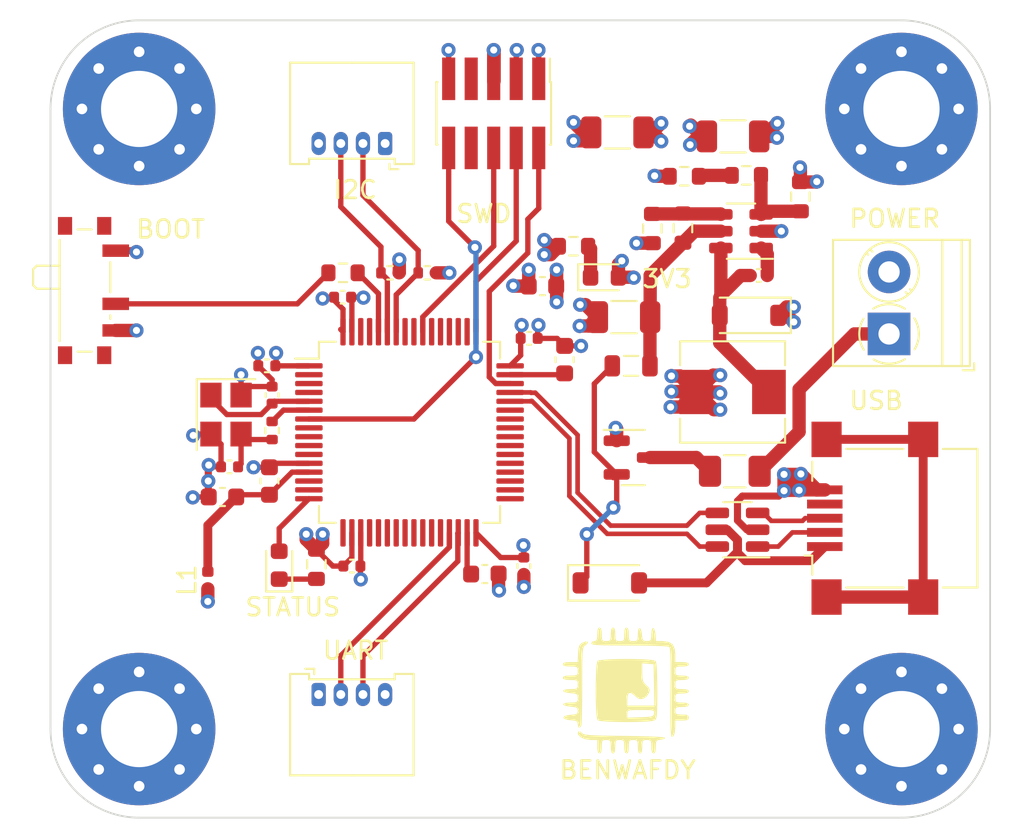
<source format=kicad_pcb>
(kicad_pcb (version 20221018) (generator pcbnew)
  (layers (0 "F.Cu" signal) (1 "In1.Cu" power) (2 "In2.Cu" power) (31 "B.Cu" signal) (34 "B.Paste" user) (35 "F.Paste" user) (36 "B.SilkS" user "B.Silkscreen") (37 "F.SilkS" user "F.Silkscreen") (38 "B.Mask" user) (39 "F.Mask" user) (44 "Edge.Cuts" user))
  (net 0 "")
  (net 1 "GND")
  (net 2 "HSE_IN")
  (net 3 "Net-(C2-Pad2)")
  (net 4 "+3.3V")
  (net 5 "Net-(U1-VCAP_2)")
  (net 6 "Net-(U1-VCAP_1)")
  (net 7 "+3.3VA")
  (net 8 "BUCK_IN")
  (net 9 "BUCK_BST")
  (net 10 "BUCK_SW")
  (net 11 "Net-(D1-K)")
  (net 12 "LED_Status")
  (net 13 "Net-(D2-K)")
  (net 14 "+5V")
  (net 15 "Net-(D4-K)")
  (net 16 "+12V")
  (net 17 "Net-(Q1-D)")
  (net 18 "SWDIO")
  (net 19 "SWCLK")
  (net 20 "SWD")
  (net 23 "NRST")
  (net 24 "I2C1_SCL")
  (net 25 "I2C1_SDA")
  (net 26 "USB_CONN_D-")
  (net 27 "USB_CONN_D+")
  (net 29 "unconnected-(J4-Shield-Pad6)")
  (net 30 "USART3_TX")
  (net 31 "USART3_RX")
  (net 32 "HSE_OUT")
  (net 33 "Net-(SW1-B)")
  (net 34 "BOOT0")
  (net 35 "BUCK_FB")
  (net 36 "Net-(R7-Pad1)")
  (net 37 "BUCK_EN")
  (net 68 "USB_D-")
  (net 69 "USB_D+")
  (footprint "MountingHole:MountingHole_4.3mm_M4_Pad_Via" (layer "F.Cu") (at 85 106)
    (fp_text reference "H4")
    (fp_text value "MountingHole_Pad")
  )
  (footprint "Fuse:Fuse_1206_3216Metric" (layer "F.Cu") (at 118.6 91.45 180)
    (fp_text reference "F1")
    (fp_text value "250mA")
  )
  (footprint "Diode_SMD:D_SOD-123" (layer "F.Cu") (at 111.55 97.75)
    (fp_text reference "D2")
    (fp_text value "B5819W")
  )
  (footprint "MountingHole:MountingHole_4.3mm_M4_Pad_Via" (layer "F.Cu") (at 128 106)
    (fp_text reference "H2")
    (fp_text value "MountingHole_Pad")
  )
  (footprint "Resistor_SMD:R_0402_1005Metric" (layer "F.Cu") (at 101.25 80.25)
    (fp_text reference "R5")
    (fp_text value "2K2")
  )
  (footprint "Capacitor_SMD:C_0402_1005Metric" (layer "F.Cu") (at 106.7 96.8 90)
    (fp_text reference "C7")
    (fp_text value "100n")
  )
  (footprint "Capacitor_SMD:C_0402_1005Metric" (layer "F.Cu") (at 92.5 87.15 -90)
    (fp_text reference "C1")
    (fp_text value "10P")
  )
  (footprint "LED_SMD:LED_0603_1608Metric" (layer "F.Cu") (at 92.9 96.75 90)
    (fp_text reference "D1")
    (fp_text value "LED")
  )
  (footprint "Capacitor_SMD:C_1206_3216Metric" (layer "F.Cu") (at 112.35 82.75)
    (fp_text reference "C13")
    (fp_text value "10u")
  )
  (footprint "LOGO:Benwafdy" (layer "F.Cu") (at 112.45 105.433666)
    (fp_text reference "G***")
    (fp_text value "LOGO" hide)
  )
  (footprint "LED_SMD:LED_0603_1608Metric" (layer "F.Cu") (at 111.25 80.5)
    (fp_text reference "D4")
    (fp_text value "RED")
  )
  (footprint "Capacitor_SMD:C_0402_1005Metric" (layer "F.Cu") (at 92.2 85.5)
    (fp_text reference "C8")
    (fp_text value "100n")
  )
  (footprint "Capacitor_SMD:C_1206_3216Metric" (layer "F.Cu") (at 111.975 72.325)
    (fp_text reference "C15")
    (fp_text value "10u")
  )
  (footprint "Inductor_SMD:L_Sunlord_MWSA0518S" (layer "F.Cu") (at 118.475 86.975 180)
    (fp_text reference "L2")
    (fp_text value "10u")
  )
  (footprint "Capacitor_SMD:C_0603_1608Metric" (layer "F.Cu") (at 89.7 92.9)
    (fp_text reference "C12")
    (fp_text value "10n")
  )
  (footprint "Inductor_SMD:L_0402_1005Metric" (layer "F.Cu") (at 88.875 97.6 90)
    (fp_text reference "L1")
    (fp_text value "39n")
  )
  (footprint "Resistor_SMD:R_0402_1005Metric" (layer "F.Cu") (at 92.5 89.15 90)
    (fp_text reference "R1")
    (fp_text value "47")
  )
  (footprint "Connector_Molex:Molex_PicoBlade_53048-0410_1x04_P1.25mm_Horizontal" (layer "F.Cu") (at 95.125 104.05)
    (fp_text reference "J5")
    (fp_text value "UART")
  )
  (footprint "Package_TO_SOT_SMD:SOT-23-6" (layer "F.Cu") (at 118.75 94.75 180)
    (fp_text reference "U3")
    (fp_text value "USBLC6-2SC6")
  )
  (footprint "Connector_PinHeader_1.27mm:PinHeader_2x05_P1.27mm_Vertical_SMD" (layer "F.Cu") (at 105 71.25 -90)
    (fp_text reference "J2")
    (fp_text value "SWD")
  )
  (footprint "Resistor_SMD:R_0402_1005Metric" (layer "F.Cu") (at 99.15 80.25)
    (fp_text reference "R4")
    (fp_text value "2K2")
  )
  (footprint "Package_QFP:LQFP-64_10x10mm_P0.5mm" (layer "F.Cu") (at 100.25 89.25)
    (fp_text reference "U1")
    (fp_text value "STM32F405RGTx")
  )
  (footprint "Resistor_SMD:R_0603_1608Metric" (layer "F.Cu") (at 109.5 78.75)
    (fp_text reference "R9")
    (fp_text value "1K")
  )
  (footprint "Resistor_SMD:R_0603_1608Metric" (layer "F.Cu") (at 113.95 77.75 90)
    (fp_text reference "R11")
    (fp_text value "68K")
  )
  (footprint "Button_Switch_SMD:SW_SPDT_PCM12" (layer "F.Cu") (at 82.25 81.25 -90)
    (fp_text reference "SW1")
    (fp_text value "SW_SPDT")
  )
  (footprint "Capacitor_SMD:C_0402_1005Metric" (layer "F.Cu") (at 96.475 81.625 180)
    (fp_text reference "C5")
    (fp_text value "100n")
  )
  (footprint "Connector_USB:USB_Mini-B_Lumberg_2486_01_Horizontal" (layer "F.Cu") (at 126.375 94.1 90)
    (fp_text reference "J4")
    (fp_text value "USB_B_Micro")
  )
  (footprint "Capacitor_SMD:C_0603_1608Metric" (layer "F.Cu") (at 104.5 97.25 180)
    (fp_text reference "C10")
    (fp_text value "2u2")
  )
  (footprint "Capacitor_SMD:C_0603_1608Metric" (layer "F.Cu") (at 109 85.15 -90)
    (fp_text reference "C9")
    (fp_text value "2u2")
  )
  (footprint "Resistor_SMD:R_0603_1608Metric" (layer "F.Cu") (at 115.675 77.725 -90)
    (fp_text reference "R10")
    (fp_text value "100K")
  )
  (footprint "Resistor_SMD:R_0603_1608Metric" (layer "F.Cu") (at 115.75 74.8)
    (fp_text reference "R8")
    (fp_text value "270")
  )
  (footprint "Capacitor_SMD:C_0603_1608Metric" (layer "F.Cu") (at 107.75 81 180)
    (fp_text reference "C3")
    (fp_text value "4u7")
  )
  (footprint "MountingHole:MountingHole_4.3mm_M4_Pad_Via" (layer "F.Cu") (at 128 71)
    (fp_text reference "H1")
    (fp_text value "MountingHole_Pad")
  )
  (footprint "Package_TO_SOT_SMD:SOT-23" (layer "F.Cu") (at 112.875 90.675)
    (fp_text reference "Q1")
    (fp_text value "AO3401A")
  )
  (footprint "MountingHole:MountingHole_4.3mm_M4_Pad_Via" (layer "F.Cu") (at 85 71)
    (fp_text reference "H3")
    (fp_text value "MountingHole_Pad")
  )
  (footprint "Capacitor_SMD:C_0402_1005Metric" (layer "F.Cu") (at 97 96.8)
    (fp_text reference "C4")
    (fp_text value "100n")
  )
  (footprint "Resistor_SMD:R_0603_1608Metric" (layer "F.Cu") (at 119.25 74.75)
    (fp_text reference "R7")
    (fp_text value "15K")
  )
  (footprint "Capacitor_SMD:C_0402_1005Metric" (layer "F.Cu") (at 107 83.95 180)
    (fp_text reference "C6")
    (fp_text value "100n")
  )
  (footprint "TerminalBlock_Phoenix:TerminalBlock_Phoenix_PT-1,5-2-3.5-H_1x02_P3.50mm_Horizontal" (layer "F.Cu") (at 127.3 83.7 90)
    (fp_text reference "J1")
    (fp_text value "INPUT_POWER")
  )
  (footprint "Resistor_SMD:R_0603_1608Metric" (layer "F.Cu") (at 95 96.7 -90)
    (fp_text reference "R2")
    (fp_text value "1K5")
  )
  (footprint "Capacitor_SMD:C_0402_1005Metric" (layer "F.Cu") (at 119.95 80.4 180)
    (fp_text reference "C16")
    (fp_text value "10n")
  )
  (footprint "Capacitor_SMD:C_0603_1608Metric" (layer "F.Cu") (at 92.35 92 -90)
    (fp_text reference "C11")
    (fp_text value "1u")
  )
  (footprint "Connector_Molex:Molex_PicoBlade_53048-0410_1x04_P1.25mm_Horizontal" (layer "F.Cu") (at 98.875 72.95 180)
    (fp_text reference "J3")
    (fp_text value "I2C")
  )
  (footprint "Inductor_SMD:L_0805_2012Metric" (layer "F.Cu") (at 112.75 85.5)
    (fp_text reference "FB1")
    (fp_text value "600 @ 600MHZ")
  )
  (footprint "Capacitor_SMD:C_1206_3216Metric" (layer "F.Cu") (at 118.5 72.55)
    (fp_text reference "C14")
    (fp_text value "10u")
  )
  (footprint "Resistor_SMD:R_0603_1608Metric" (layer "F.Cu") (at 122.3 75.95 90)
    (fp_text reference "R6")
    (fp_text value "47K")
  )
  (footprint "Crystal:Crystal_SMD_3225-4Pin_3.2x2.5mm" (layer "F.Cu") (at 89.9 88.25 -90)
    (fp_text reference "Y1")
    (fp_text value "16MHz")
  )
  (footprint "Package_TO_SOT_SMD:SOT-23-6" (layer "F.Cu") (at 118.95 77.9 180)
    (fp_text reference "U2")
    (fp_text value "~")
  )
  (footprint "Capacitor_SMD:C_0402_1005Metric" (layer "F.Cu") (at 90.1 91.2)
    (fp_text reference "C2")
    (fp_text value "10P")
  )
  (footprint "Resistor_SMD:R_0603_1608Metric" (layer "F.Cu") (at 96.5 80.25)
    (fp_text reference "R3")
    (fp_text value "10K")
  )
  (footprint "Diode_SMD:D_SOD-123" (layer "F.Cu") (at 119.4 82.65 180)
    (fp_text reference "D3")
    (fp_text value "B5819W")
  )
  (gr_arc (start 85 111) (mid 81.464466 109.535534) (end 80 106) (stroke (width 0.1)) (layer "Edge.Cuts"))
  (gr_line (start 133 106) (end 133 71) (stroke (width 0.1)) (layer "Edge.Cuts"))
  (gr_arc (start 133 106) (mid 131.535534 109.535534) (end 128 111) (stroke (width 0.1)) (layer "Edge.Cuts"))
  (gr_arc (start 80 71) (mid 81.464466 67.464466) (end 85 66) (stroke (width 0.1)) (layer "Edge.Cuts"))
  (gr_line (start 128 66) (end 85 66) (stroke (width 0.1)) (layer "Edge.Cuts"))
  (gr_arc (start 128 66) (mid 131.535534 67.464466) (end 133 71) (stroke (width 0.1)) (layer "Edge.Cuts"))
  (gr_line (start 80 71) (end 80 106) (stroke (width 0.1)) (layer "Edge.Cuts"))
  (gr_line (start 128 111) (end 85 111) (stroke (width 0.1)) (layer "Edge.Cuts"))
  (gr_text "BOOT" (at 84.75 78.375) (layer "F.SilkS") (effects (font (size 1 1)) (justify left bottom)))
  (gr_text "USB" (at 124.975 88.05) (layer "F.SilkS") (effects (font (size 1 1)) (justify left bottom)))
  (gr_text "POWER" (at 124.975 77.775) (layer "F.SilkS") (effects (font (size 1 1)) (justify left bottom)))
  (gr_text "SWD" (at 102.8 77.5) (layer "F.SilkS") (effects (font (size 1 1)) (justify left bottom)))
  (gr_text "BENWAFDY" (at 108.625 108.9) (layer "F.SilkS") (effects (font (size 1 1)) (justify left bottom)))
  (gr_text "STATUS" (at 90.9 99.7) (layer "F.SilkS") (effects (font (size 1 1)) (justify left bottom)))
  (gr_text "I2C" (at 95.875 76.15) (layer "F.SilkS") (effects (font (size 1 1)) (justify left bottom)))
  (gr_text "3V3" (at 113.3 81.175) (layer "F.SilkS") (effects (font (size 1 1)) (justify left bottom)))
  (gr_text "UART" (at 95.275 102.15) (layer "F.SilkS") (effects (font (size 1 1)) (justify left bottom)))
  (segment (start 121.925 82.175) (end 121.525 82.175) (width 0.75) (layer "F.Cu") (net 1))
  (segment (start 97 94.925) (end 97 96.32) (width 0.3) (layer "F.Cu") (net 1))
  (segment (start 108.2 78.75) (end 107.85 78.4) (width 0.75) (layer "F.Cu") (net 1))
  (segment (start 109.5 72.8) (end 110.025 72.8) (width 0.75) (layer "F.Cu") (net 1))
  (segment (start 121.375 91.625) (end 122.3 91.625) (width 0.75) (layer "F.Cu") (net 1))
  (segment (start 122.325 91.6) (end 121.375 92.55) (width 0.75) (layer "F.Cu") (net 1))
  (segment (start 105 67.675) (end 105.025 67.7) (width 0.75) (layer "F.Cu") (net 1))
  (segment (start 107.85 79.225) (end 108.2 79.225) (width 0.75) (layer "F.Cu") (net 1))
  (segment (start 110.075 72.325) (end 109.5 71.75) (width 0.75) (layer "F.Cu") (net 1))
  (segment (start 121.05 82.65) (end 121.55 82.65) (width 0.75) (layer "F.Cu") (net 1))
  (segment (start 96.955 81.625) (end 97.625 81.625) (width 0.3) (layer "F.Cu") (net 1))
  (segment (start 108.2 79.225) (end 108.675 78.75) (width 0.75) (layer "F.Cu") (net 1))
  (segment (start 95.35 95) (end 95.35 95.525) (width 0.75) (layer "F.Cu") (net 1))
  (segment (start 107.48 83.95) (end 107.48 83.245) (width 0.3) (layer "F.Cu") (net 1))
  (segment (start 108.55 81.9) (end 108.55 81.025) (width 0.75) (layer "F.Cu") (net 1))
  (segment (start 120.0875 77.9) (end 121.225 77.9) (width 0.75) (layer "F.Cu") (net 1))
  (segment (start 95.35 95.525) (end 95 95.875) (width 0.75) (layer "F.Cu") (net 1))
  (segment (start 97 83.575) (end 97 81.67) (width 0.3) (layer "F.Cu") (net 1))
  (segment (start 108.55 80.975) (end 108.525 81) (width 0.75) (layer "F.Cu") (net 1))
  (segment (start 88.925 92.9) (end 88.05 92.9) (width 0.3) (layer "F.Cu") (net 1))
  (segment (start 121.55 82.65) (end 121.925 83.025) (width 0.75) (layer "F.Cu") (net 1))
  (segment (start 88.9 91.125) (end 88.925 91.1) (width 0.4) (layer "F.Cu") (net 1))
  (segment (start 89.62 91.2) (end 89.025 91.2) (width 0.3) (layer "F.Cu") (net 1))
  (segment (start 110.025 72.8) (end 110.5 72.325) (width 0.75) (layer "F.Cu") (net 1))
  (segment (start 97 96.32) (end 96.52 96.8) (width 0.3) (layer "F.Cu") (net 1))
  (segment (start 122.3 91.625) (end 122.325 91.6) (width 0.75) (layer "F.Cu") (net 1))
  (segment (start 107.48 83.245) (end 107.525 83.2) (width 0.3) (layer "F.Cu") (net 1))
  (segment (start 92.5 86.67) (end 92.5 86.28) (width 0.3) (layer "F.Cu") (net 1))
  (segment (start 116.758148 72.55) (end 116.116574 71.908426) (width 0.75) (layer "F.Cu") (net 1))
  (segment (start 121.075 92.85) (end 121.375 92.55) (width 0.4) (layer "F.Cu") (net 1))
  (segment (start 114.925 74.8) (end 114.1 74.8) (width 0.75) (layer "F.Cu") (net 1))
  (segment (start 119.275 94.75) (end 118.75 94.225) (width 0.4) (layer "F.Cu") (net 1))
  (segment (start 110.5 72.325) (end 110.075 72.325) (width 0.75) (layer "F.Cu") (net 1))
  (segment (start 106.27 69.3) (end 106.27 67.705) (width 0.3) (layer "F.Cu") (net 1))
  (segment (start 94.425 95.3) (end 95 95.875) (width 0.75) (layer "F.Cu") (net 1))
  (segment (start 92.35 91.225) (end 91.45 91.225) (width 0.3) (layer "F.Cu") (net 1))
  (segment (start 111.9375 89.725) (end 111.9375 89.0625) (width 0.75) (layer "F.Cu") (net 1))
  (segment (start 88.05 92.9) (end 88.025 92.925) (width 0.3) (layer "F.Cu") (net 1))
  (segment (start 92.5 86.67) (end 91.23 86.67) (width 0.3) (layer "F.Cu") (net 1))
  (segment (start 108.55 80.075) (end 108.55 80.975) (width 0.75) (layer "F.Cu") (net 1))
  (segment (start 97.625 81.625) (end 97.65 81.65) (width 0.3) (layer "F.Cu") (net 1))
  (segment (start 108.575 83.95) (end 109 84.375) (width 0.3) (layer "F.Cu") (net 1))
  (segment (start 102.46 67.685) (end 102.45 67.675) (width 0.3) (layer "F.Cu") (net 1))
  (segment (start 119.025 92.85) (end 121.075 92.85) (width 0.4) (layer "F.Cu") (net 1))
  (segment (start 109.85 83.25) (end 110.375 83.25) (width 0.75) (layer "F.Cu") (net 1))
  (segment (start 123.225 92.5) (end 122.325 91.6) (width 0.75) (layer "F.Cu") (net 1))
  (segment (start 111.9375 89.0625) (end 111.875 89) (width 0.75) (layer "F.Cu") (net 1))
  (segment (start 89.62 89.92) (end 89.05 89.35) (width 0.3) (layer "F.Cu") (net 1))
  (segment (start 121.375 92.55) (end 121.375 91.625) (width 0.75) (layer "F.Cu") (net 1))
  (segment (start 91.7 84.775) (end 91.7 85.48) (width 0.3) (layer "F.Cu") (net 1))
  (segment (start 110.175 82.05) (end 110.875 82.75) (width 0.75) (layer "F.Cu") (net 1))
  (segment (start 83.68 83.5) (end 84.85 83.5) (width 0.75) (layer "F.Cu") (net 1))
  (segment (start 109.875 82.05) (end 110.175 82.05) (width 0.75) (layer "F.Cu") (net 1))
  (segment (start 114.1 74.8) (end 114.075 74.775) (width 0.75) (layer "F.Cu") (net 1))
  (segment (start 91.7 85.48) (end 91.72 85.5) (width 0.3) (layer "F.Cu") (net 1))
  (segment (start 105 67.675) (end 105 69.45) (width 0.75) (layer "F.Cu") (net 1))
  (segment (start 119.8875 94.75) (end 119.275 94.75) (width 0.4) (layer "F.Cu") (net 1))
  (segment (start 105.025 67.7) (end 105.025 69.425) (width 0.75) (layer "F.Cu") (net 1))
  (segment (start 89.62 91.2) (end 89.62 89.92) (width 0.3) (layer "F.Cu") (net 1))
  (segment (start 106.7 97.28) (end 106.7 97.975) (width 0.75) (layer "F.Cu") (net 1))
  (segment (start 117.025 72.55) (end 116.55 72.55) (width 0.75) (layer "F.Cu") (net 1))
  (segment (start 88.125 89.35) (end 88.05 89.425) (width 0.3) (layer "F.Cu") (net 1))
  (segment (start 97 81.67) (end 96.955 81.625) (width 0.3) (layer "F.Cu") (net 1))
  (segment (start 123.675 92.5) (end 122.25 92.5) (width 0.75) (layer "F.Cu") (net 1))
  (segment (start 117.025 72.55) (end 116.758148 72.55) (width 0.75) (layer "F.Cu") (net 1))
  (segment (start 118.75 94.225) (end 118.75 93.125) (width 0.4) (layer "F.Cu") (net 1))
  (segment (start 89.05 89.35) (end 88.125 89.35) (width 0.3) (layer "F.Cu") (net 1))
  (segment (start 118.75 93.125) (end 119.025 92.85) (width 0.4) (layer "F.Cu") (net 1))
  (segment (start 105.275 98.15) (end 105.3 98.175) (width 0.75) (layer "F.Cu") (net 1))
  (segment (start 94.425 95) (end 94.425 95.3) (width 0.75) (layer "F.Cu") (net 1))
  (segment (start 94.575 91) (end 92.575 91) (width 0.3) (layer "F.Cu") (net 1))
  (segment (start 121.525 82.175) (end 121.05 82.65) (width 0.75) (layer "F.Cu") (net 1))
  (segment (start 88.9 92) (end 88.9 91.125) (width 0.4) (layer "F.Cu") (net 1))
  (segment (start 102.46 69.3) (end 102.46 67.685) (width 0.3) (layer "F.Cu") (net 1))
  (segment (start 110.375 83.25) (end 110.875 82.75) (width 0.75) (layer "F.Cu") (net 1))
  (segment (start 122.25 92.5) (end 122.225 92.525) (width 0.75) (layer "F.Cu") (net 1))
  (segment (start 106.27 67.705) (end 106.3 67.675) (width 0.3) (layer "F.Cu") (net 1))
  (segment (start 121.4 92.525) (end 121.375 92.55) (width 0.75) (layer "F.Cu") (net 1))
  (segment (start 90.75 87.15) (end 90.75 86) (width 0.3) (layer "F.Cu") (net 1))
  (segment (start 105.275 97.25) (end 105.275 98.15) (width 0.75) (layer "F.Cu") (net 1))
  (segment (start 122.225 92.525) (end 121.4 92.525) (width 0.75) (layer "F.Cu") (net 1))
  (segment (start 123.675 92.5) (end 123.225 92.5) (width 0.75) (layer "F.Cu") (net 1))
  (segment (start 92.575 91) (end 92.35 91.225) (width 0.3) (layer "F.Cu") (net 1))
  (segment (start 116.55 72.55) (end 116.141574 72.958426) (width 0.75) (layer "F.Cu") (net 1))
  (segment (start 108.675 78.75) (end 108.2 78.75) (width 0.75) (layer "F.Cu") (net 1))
  (segment (start 91.23 86.67) (end 90.75 87.15) (width 0.3) (layer "F.Cu") (net 1))
  (segment (start 95.925 96.8) (end 95 95.875) (width 0.3) (layer "F.Cu") (net 1))
  (segment (start 89.025 91.2) (end 88.925 91.1) (width 0.3) (layer "F.Cu") (net 1))
  (segment (start 88.9 92.875) (end 88.925 92.9) (width 0.4) (layer "F.Cu") (net 1))
  (segment (start 108.55 81.025) (end 108.525 81) (width 0.75) (layer "F.Cu") (net 1))
  (segment (start 107.48 83.95) (end 108.575 83.95) (width 0.3) (layer "F.Cu") (net 1))
  (segment (start 113.05 78.575) (end 113.95 78.575) (width 0.75) (layer "F.Cu") (net 1))
  (segment (start 109 84.375) (end 109.925 84.375) (width 0.3) (layer "F.Cu") (net 1))
  (segment (start 92.5 86.28) (end 91.72 85.5) (width 0.3) (layer "F.Cu") (net 1))
  (segment (start 88.9 92) (end 88.9 92.875) (width 0.4) (layer "F.Cu") (net 1))
  (segment (start 96.52 96.8) (end 95.925 96.8) (width 0.3) (layer "F.Cu") (net 1))
  (via (at 95.35 95) (size 0.8) (drill 0.4) (layers "F.Cu" "B.Cu") (net 1))
  (via (at 106.3 67.675) (size 0.8) (drill 0.4) (layers "F.Cu" "B.Cu") (net 1))
  (via (at 121.375 91.625) (size 0.8) (drill 0.4) (layers "F.Cu" "B.Cu") (net 1))
  (via (at 91.7 84.775) (size 0.8) (drill 0.4) (layers "F.Cu" "B.Cu") (net 1))
  (via (at 109.875 82.05) (size 0.8) (drill 0.4) (layers "F.Cu" "B.Cu") (net 1))
  (via (at 109.85 83.25) (size 0.8) (drill 0.4) (layers "F.Cu" "B.Cu") (net 1))
  (via (at 107.85 79.225) (size 0.8) (drill 0.4) (layers "F.Cu" "B.Cu") (net 1))
  (via (at 114.075 74.775) (size 0.8) (drill 0.4) (layers "F.Cu" "B.Cu") (net 1))
  (via (at 107.85 78.4) (size 0.8) (drill 0.4) (layers "F.Cu" "B.Cu") (net 1))
  (via (at 91.45 91.225) (size 0.8) (drill 0.4) (layers "F.Cu" "B.Cu") (net 1))
  (via (at 121.375 92.55) (size 0.8) (drill 0.4) (layers "F.Cu" "B.Cu") (net 1))
  (via (at 88.9 92) (size 0.8) (drill 0.4) (layers "F.Cu" "B.Cu") (net 1))
  (via (at 94.425 95) (size 0.8) (drill 0.4) (layers "F.Cu" "B.Cu") (net 1))
  (via (at 108.55 80.075) (size 0.8) (drill 0.4) (layers "F.Cu" "B.Cu") (net 1))
  (via (at 88.05 89.425) (size 0.8) (drill 0.4) (layers "F.Cu" "B.Cu") (net 1))
  (via (at 121.225 77.9) (size 0.8) (drill 0.4) (layers "F.Cu" "B.Cu") (net 1))
  (via (at 121.925 82.175) (size 0.8) (drill 0.4) (layers "F.Cu" "B.Cu") (net 1))
  (via (at 111.875 89) (size 0.8) (drill 0.4) (layers "F.Cu" "B.Cu") (net 1))
  (via (at 90.75 86) (size 0.8) (drill 0.4) (layers "F.Cu" "B.Cu") (net 1))
  (via (at 113.05 78.575) (size 0.8) (drill 0.4) (layers "F.Cu" "B.Cu") (net 1))
  (via (at 88.925 91.1) (size 0.8) (drill 0.4) (layers "F.Cu" "B.Cu") (net 1))
  (via (at 102.45 67.675) (size 0.8) (drill 0.4) (layers "F.Cu" "B.Cu") (net 1))
  (via (at 106.7 97.975) (size 0.8) (drill 0.4) (layers "F.Cu" "B.Cu") (net 1))
  (via (at 107.525 83.2) (size 0.8) (drill 0.4) (layers "F.Cu" "B.Cu") (net 1))
  (via (at 108.55 81.9) (size 0.8) (drill 0.4) (layers "F.Cu" "B.Cu") (net 1))
  (via (at 116.05 71.975) (size 0.8) (drill 0.4) (layers "F.Cu" "B.Cu") (net 1))
  (via (at 122.325 91.6) (size 0.8) (drill 0.4) (layers "F.Cu" "B.Cu") (net 1))
  (via (at 97.65 81.65) (size 0.8) (drill 0.4) (layers "F.Cu" "B.Cu") (net 1))
  (via (at 121.925 83.025) (size 0.8) (drill 0.4) (layers "F.Cu" "B.Cu") (net 1))
  (via (at 116.075 73.025) (size 0.8) (drill 0.4) (layers "F.Cu" "B.Cu") (net 1))
  (via (at 105.3 98.175) (size 0.8) (drill 0.4) (layers "F.Cu" "B.Cu") (net 1))
  (via (at 105 67.675) (size 0.8) (drill 0.4) (layers "F.Cu" "B.Cu") (net 1))
  (via (at 84.85 83.5) (size 0.8) (drill 0.4) (layers "F.Cu" "B.Cu") (net 1))
  (via (at 109.5 71.75) (size 0.8) (drill 0.4) (layers "F.Cu" "B.Cu") (net 1))
  (via (at 109.925 84.375) (size 0.8) (drill 0.4) (layers "F.Cu" "B.Cu") (net 1))
  (via (at 122.225 92.525) (size 0.8) (drill 0.4) (layers "F.Cu" "B.Cu") (net 1))
  (via (at 88.025 92.925) (size 0.8) (drill 0.4) (layers "F.Cu" "B.Cu") (net 1))
  (via (at 109.5 72.8) (size 0.8) (drill 0.4) (layers "F.Cu" "B.Cu") (net 1))
  (segment (start 89.95 88.25) (end 89.05 87.35) (width 0.3) (layer "F.Cu") (net 2))
  (segment (start 91.88 88.25) (end 89.95 88.25) (width 0.3) (layer "F.Cu") (net 2))
  (segment (start 94.575 87.5) (end 92.63 87.5) (width 0.3) (layer "F.Cu") (net 2))
  (segment (start 89.05 87.35) (end 89.05 87.15) (width 0.3) (layer "F.Cu") (net 2))
  (segment (start 92.5 87.63) (end 91.88 88.25) (width 0.3) (layer "F.Cu") (net 2))
  (segment (start 92.63 87.5) (end 92.5 87.63) (width 0.3) (layer "F.Cu") (net 2))
  (segment (start 92.5 89.66) (end 91.06 89.66) (width 0.3) (layer "F.Cu") (net 3))
  (segment (start 90.75 91.03) (end 90.58 91.2) (width 0.3) (layer "F.Cu") (net 3))
  (segment (start 91.06 89.66) (end 90.75 89.35) (width 0.3) (layer "F.Cu") (net 3))
  (segment (start 90.75 89.35) (end 90.75 91.03) (width 0.3) (layer "F.Cu") (net 3))
  (segment (start 122.3 74.325) (end 122.275 74.3) (width 0.75) (layer "F.Cu") (net 4))
  (segment (start 99.675 80.235) (end 99.66 80.25) (width 0.75) (layer "F.Cu") (net 4))
  (segment (start 120.25 72.55) (end 121 71.8) (width 0.75) (layer "F.Cu") (net 4))
  (segment (start 113.45 72.325) (end 113.95 72.325) (width 0.75) (layer "F.Cu") (net 4))
  (segment (start 112.0375 80.5) (end 112.875 80.5) (width 0.75) (layer "F.Cu") (net 4))
  (segment (start 106.7 96.32) (end 106.7 95.65) (width 0.3) (layer "F.Cu") (net 4))
  (segment (start 101.76 80.25) (end 102.5 80.25) (width 0.75) (layer "F.Cu") (net 4))
  (segment (start 115.575 87.825) (end 116.425 86.975) (width 0.75) (layer "F.Cu") (net 4))
  (segment (start 95.995 81.625) (end 95.425 81.625) (width 0.3) (layer "F.Cu") (net 4))
  (segment (start 97.5 96.78) (end 97.48 96.8) (width 0.3) (layer "F.Cu") (net 4))
  (segment (start 106.975 81) (end 106.975 80.075) (width 0.75) (layer "F.Cu") (net 4))
  (segment (start 122.3 75.125) (end 122.3 74.325) (width 0.75) (layer "F.Cu") (net 4))
  (segment (start 106.52 83.95) (end 106.52 84.905) (width 0.3) (layer "F.Cu") (net 4))
  (segment (start 83.68 79) (end 84.775 79) (width 0.4) (layer "F.Cu") (net 4))
  (segment (start 96.37 83.445) (end 96.5 83.575) (width 0.3) (layer "F.Cu") (net 4))
  (segment (start 88.875 98.085) (end 88.875 98.8) (width 0.75) (layer "F.Cu") (net 4))
  (segment (start 107.54 69.3) (end 107.54 67.69) (width 0.3) (layer "F.Cu") (net 4))
  (segment (start 97.48 96.8) (end 97.48 97.53) (width 0.3) (layer "F.Cu") (net 4))
  (segment (start 105.395 96.32) (end 104 94.925) (width 0.3) (layer "F.Cu") (net 4))
  (segment (start 115.025 86.075) (end 115.525 86.075) (width 0.75) (layer "F.Cu") (net 4))
  (segment (start 113.95 72.325) (end 114.45 72.825) (width 0.75) (layer "F.Cu") (net 4))
  (segment (start 117.7 86.975) (end 117.775 87.05) (width 0.75) (layer "F.Cu") (net 4))
  (segment (start 115.525 86.075) (end 116.425 86.975) (width 0.75) (layer "F.Cu") (net 4))
  (segment (start 117.775 86.025) (end 117.375 86.025) (width 0.75) (layer "F.Cu") (net 4))
  (segment (start 99.675 79.5) (end 99.675 80.235) (width 0.75) (layer "F.Cu") (net 4))
  (segment (start 95.995 81.795) (end 96.5 82.3) (width 0.3) (layer "F.Cu") (net 4))
  (segment (start 113.45 72.325) (end 113.925 72.325) (width 0.75) (layer "F.Cu") (net 4))
  (segment (start 95.995 81.625) (end 95.995 81.795) (width 0.3) (layer "F.Cu") (net 4))
  (segment (start 84.775 79) (end 84.85 79.075) (width 0.4) (layer "F.Cu") (net 4))
  (segment (start 115.025 86.95) (end 116.4 86.95) (width 0.75) (layer "F.Cu") (net 4))
  (segment (start 106.125 81) (end 106.1 80.975) (width 0.75) (layer "F.Cu") (net 4))
  (segment (start 122.3 75.125) (end 123.2 75.125) (width 0.75) (layer "F.Cu") (net 4))
  (segment (start 106.52 83.255) (end 106.575 83.2) (width 0.3) (layer "F.Cu") (net 4))
  (segment (start 117.425 87.975) (end 116.425 86.975) (width 0.75) (layer "F.Cu") (net 4))
  (segment (start 119.975 72.55) (end 120.9 72.55) (width 0.75) (layer "F.Cu") (net 4))
  (segment (start 123.2 75.125) (end 123.225 75.1) (width 0.75) (layer "F.Cu") (net 4))
  (segment (start 94.575 85.5) (end 92.68 85.5) (width 0.3) (layer "F.Cu") (net 4))
  (segment (start 114.975 87.825) (end 115.575 87.825) (width 0.75) (layer "F.Cu") (net 4))
  (segment (start 97.5 94.925) (end 97.5 96.78) (width 0.3) (layer "F.Cu") (net 4))
  (segment (start 95.425 81.625) (end 95.35 81.7) (width 0.3) (layer "F.Cu") (net 4))
  (segment (start 117.775 87.975) (end 117.425 87.975) (width 0.75) (layer "F.Cu") (net 4))
  (segment (start 107.54 67.69) (end 107.525 67.675) (width 0.3) (layer "F.Cu") (net 4))
  (segment (start 112.0375 80.5) (end 112.0375 79.7625) (width 0.75) (layer "F.Cu") (net 4))
  (segment (start 113.925 72.325) (end 114.45 71.8) (width 0.75) (layer "F.Cu") (net 4))
  (segment (start 120.9 72.55) (end 120.975 72.625) (width 0.75) (layer "F.Cu") (net 4))
  (segment (start 106.7 95.65) (end 106.675 95.625) (width 0.3) (layer "F.Cu") (net 4))
  (segment (start 117.375 86.025) (end 116.425 86.975) (width 0.75) (layer "F.Cu") (net 4))
  (segment (start 106.52 83.95) (end 106.52 83.255) (width 0.3) (layer "F.Cu") (net 4))
  (segment (start 106.975 81) (end 106.125 81) (width 0.75) (layer "F.Cu") (net 4))
  (segment (start 119.975 72.55) (end 120.25 72.55) (width 0.75) (layer "F.Cu") (net 4))
  (segment (start 96.5 82.3) (end 96.5 83.575) (width 0.3) (layer "F.Cu") (net 4))
  (segment (start 92.725 85.455) (end 92.68 85.5) (width 0.3) (layer "F.Cu") (net 4))
  (segment (start 106.52 84.905) (end 105.925 85.5) (width 0.3) (layer "F.Cu") (net 4))
  (segment (start 92.725 84.775) (end 92.725 85.455) (width 0.3) (layer "F.Cu") (net 4))
  (segment (start 106.7 96.32) (end 105.395 96.32) (width 0.3) (layer "F.Cu") (net 4))
  (segment (start 116.425 86.975) (end 117.7 86.975) (width 0.75) (layer "F.Cu") (net 4))
  (segment (start 112.875 80.5) (end 112.9 80.525) (width 0.75) (layer "F.Cu") (net 4))
  (segment (start 112.0375 79.7625) (end 112.225 79.575) (width 0.75) (layer "F.Cu") (net 4))
  (segment (start 97.48 97.53) (end 97.5 97.55) (width 0.3) (layer "F.Cu") (net 4))
  (segment (start 116.4 86.95) (end 116.425 86.975) (width 0.75) (layer "F.Cu") (net 4))
  (via (at 115.025 86.075) (size 0.8) (drill 0.4) (layers "F.Cu" "B.Cu") (net 4))
  (via (at 106.1 80.975) (size 0.8) (drill 0.4) (layers "F.Cu" "B.Cu") (net 4))
  (via (at 117.775 87.975) (size 0.8) (drill 0.4) (layers "F.Cu" "B.Cu") (net 4))
  (via (at 102.5 80.25) (size 0.8) (drill 0.4) (layers "F.Cu" "B.Cu") (net 4))
  (via (at 84.85 79.075) (size 0.8) (drill 0.4) (layers "F.Cu" "B.Cu") (net 4))
  (via (at 112.225 79.575) (size 0.8) (drill 0.4) (layers "F.Cu" "B.Cu") (net 4))
  (via (at 117.775 87.05) (size 0.8) (drill 0.4) (layers "F.Cu" "B.Cu") (net 4))
  (via (at 114.45 72.825) (size 0.8) (drill 0.4) (layers "F.Cu" "B.Cu") (net 4))
  (via (at 88.875 98.8) (size 0.8) (drill 0.4) (layers "F.Cu" "B.Cu") (net 4))
  (via (at 99.675 79.5) (size 0.8) (drill 0.4) (layers "F.Cu" "B.Cu") (net 4))
  (via (at 121 71.8) (size 0.8) (drill 0.4) (layers "F.Cu" "B.Cu") (net 4))
  (via (at 107.525 67.675) (size 0.8) (drill 0.4) (layers "F.Cu" "B.Cu") (net 4))
  (via (at 106.975 80.075) (size 0.8) (drill 0.4) (layers "F.Cu" "B.Cu") (net 4))
  (via (at 95.35 81.7) (size 0.8) (drill 0.4) (layers "F.Cu" "B.Cu") (net 4))
  (via (at 97.5 97.55) (size 0.8) (drill 0.4) (layers "F.Cu" "B.Cu") (net 4))
  (via (at 114.45 71.8) (size 0.8) (drill 0.4) (layers "F.Cu" "B.Cu") (net 4))
  (via (at 120.975 72.625) (size 0.8) (drill 0.4) (layers "F.Cu" "B.Cu") (net 4))
  (via (at 106.675 95.625) (size 0.8) (drill 0.4) (layers "F.Cu" "B.Cu") (net 4))
  (via (at 117.775 86.025) (size 0.8) (drill 0.4) (layers "F.Cu" "B.Cu") (net 4))
  (via (at 106.575 83.2) (size 0.8) (drill 0.4) (layers "F.Cu" "B.Cu") (net 4))
  (via (at 115.025 86.95) (size 0.8) (drill 0.4) (layers "F.Cu" "B.Cu") (net 4))
  (via (at 114.975 87.825) (size 0.8) (drill 0.4) (layers "F.Cu" "B.Cu") (net 4))
  (via (at 92.725 84.775) (size 0.8) (drill 0.4) (layers "F.Cu" "B.Cu") (net 4))
  (via (at 112.9 80.525) (size 0.8) (drill 0.4) (layers "F.Cu" "B.Cu") (net 4))
  (via (at 123.225 75.1) (size 0.8) (drill 0.4) (layers "F.Cu" "B.Cu") (net 4))
  (via (at 122.275 74.3) (size 0.8) (drill 0.4) (layers "F.Cu" "B.Cu") (net 4))
  (segment (start 108.925 86) (end 109 85.925) (width 0.3) (layer "F.Cu") (net 5))
  (segment (start 105.925 86) (end 108.925 86) (width 0.3) (layer "F.Cu") (net 5))
  (segment (start 103.5 94.925) (end 103.5 97.025) (width 0.3) (layer "F.Cu") (net 6))
  (segment (start 103.5 97.025) (end 103.725 97.25) (width 0.3) (layer "F.Cu") (net 6))
  (segment (start 90.6 92.775) (end 90.475 92.9) (width 0.3) (layer "F.Cu") (net 7))
  (segment (start 94.575 91.5) (end 93.625 91.5) (width 0.3) (layer "F.Cu") (net 7))
  (segment (start 93.625 91.5) (end 92.35 92.775) (width 0.3) (layer "F.Cu") (net 7))
  (segment (start 88.875 97.115) (end 88.875 94.5) (width 0.5) (layer "F.Cu") (net 7))
  (segment (start 92.35 92.775) (end 90.6 92.775) (width 0.3) (layer "F.Cu") (net 7))
  (segment (start 88.875 94.5) (end 90.475 92.9) (width 0.5) (layer "F.Cu") (net 7))
  (segment (start 116.325 77.9) (end 115.675 78.55) (width 0.75) (layer "F.Cu") (net 8))
  (segment (start 113.825 85.4875) (end 113.8125 85.5) (width 0.75) (layer "F.Cu") (net 8))
  (segment (start 113.8125 82.7625) (end 113.825 82.75) (width 0.75) (layer "F.Cu") (net 8))
  (segment (start 115.675 78.55) (end 113.825 80.4) (width 0.75) (layer "F.Cu") (net 8))
  (segment (start 113.825 80.4) (end 113.825 82.75) (width 0.75) (layer "F.Cu") (net 8))
  (segment (start 113.8125 85.5) (end 113.8125 82.7625) (width 0.75) (layer "F.Cu") (net 8))
  (segment (start 117.8125 77.9) (end 116.325 77.9) (width 0.75) (layer "F.Cu") (net 8))
  (segment (start 120.43 79.1925) (end 120.43 80.4) (width 0.75) (layer "F.Cu") (net 9))
  (segment (start 120.0875 78.85) (end 120.43 79.1925) (width 0.75) (layer "F.Cu") (net 9))
  (segment (start 117.75 81.65) (end 117.75 82.65) (width 0.75) (layer "F.Cu") (net 10))
  (segment (start 117.8125 81.5125) (end 118.925 80.4) (width 0.75) (layer "F.Cu") (net 10))
  (segment (start 118.925 80.4) (end 119.47 80.4) (width 0.75) (layer "F.Cu") (net 10))
  (segment (start 117.8125 78.85) (end 117.8125 81.5125) (width 0.75) (layer "F.Cu") (net 10))
  (segment (start 120.525 86.975) (end 117.75 84.2) (width 0.75) (layer "F.Cu") (net 10))
  (segment (start 117.75 84.2) (end 117.75 82.65) (width 0.75) (layer "F.Cu") (net 10))
  (segment (start 92.9 97.5375) (end 94.9875 97.5375) (width 0.3) (layer "F.Cu") (net 11))
  (segment (start 94.9875 97.5375) (end 95 97.525) (width 0.3) (layer "F.Cu") (net 11))
  (segment (start 94.575 93) (end 92.9 94.675) (width 0.3) (layer "F.Cu") (net 12))
  (segment (start 92.9 94.675) (end 92.9 95.9625) (width 0.3) (layer "F.Cu") (net 12))
  (segment (start 111.6875 85.5) (end 111.625 85.5625) (width 0.3) (layer "F.Cu") (net 13))
  (segment (start 111.6875 85.5) (end 110.675 86.5125) (width 0.3) (layer "F.Cu") (net 13))
  (segment (start 110.675 90.3625) (end 111.9375 91.625) (width 0.3) (layer "F.Cu") (net 13))
  (segment (start 111.625 85.5625) (end 111.4375 85.5625) (width 0.3) (layer "F.Cu") (net 13))
  (segment (start 110.25 95) (end 110.25 97.4) (width 0.3) (layer "F.Cu") (net 13))
  (segment (start 110.25 97.4) (end 109.9 97.75) (width 0.3) (layer "F.Cu") (net 13))
  (segment (start 111.375 91.625) (end 111.9375 91.625) (width 0.3) (layer "F.Cu") (net 13))
  (segment (start 111.9375 93.3125) (end 111.75 93.5) (width 0.3) (layer "F.Cu") (net 13))
  (segment (start 111.9375 91.625) (end 111.9375 93.3125) (width 0.3) (layer "F.Cu") (net 13))
  (segment (start 111.75 91.8125) (end 111.9375 91.625) (width 0.3) (layer "F.Cu") (net 13))
  (segment (start 110.675 86.5125) (end 110.675 90.3625) (width 0.3) (layer "F.Cu") (net 13))
  (via (at 110.25 95) (size 0.8) (drill 0.4) (layers "F.Cu" "B.Cu") (net 13))
  (via (at 111.75 93.5) (size 0.8) (drill 0.4) (layers "F.Cu" "B.Cu") (net 13))
  (segment (start 111.75 93.5) (end 110.25 95) (width 0.3) (layer "B.Cu") (net 13))
  (segment (start 118.176408 94.75) (end 117.6125 94.75) (width 0.5) (layer "F.Cu") (net 14))
  (segment (start 118.75 96.002817) (end 117.002817 97.75) (width 0.5) (layer "F.Cu") (net 14))
  (segment (start 122.875 96.5) (end 119.197183 96.5) (width 0.5) (layer "F.Cu") (net 14))
  (segment (start 123.675 95.7) (end 122.875 96.5) (width 0.5) (layer "F.Cu") (net 14))
  (segment (start 119.197183 96.5) (end 118.75 96.052817) (width 0.5) (layer "F.Cu") (net 14))
  (segment (start 118.75 96.052817) (end 118.75 95.323592) (width 0.5) (layer "F.Cu") (net 14))
  (segment (start 117.002817 97.75) (end 113.2 97.75) (width 0.5) (layer "F.Cu") (net 14))
  (segment (start 118.75 95.323592) (end 118.75 96.002817) (width 0.5) (layer "F.Cu") (net 14))
  (segment (start 118.75 95.323592) (end 118.176408 94.75) (width 0.5) (layer "F.Cu") (net 14))
  (segment (start 110.4625 78.8875) (end 110.325 78.75) (width 0.75) (layer "F.Cu") (net 15))
  (segment (start 110.4625 80.5) (end 110.4625 78.8875) (width 0.75) (layer "F.Cu") (net 15))
  (segment (start 122.225 86.825) (end 122.225 89.225) (width 0.75) (layer "F.Cu") (net 16))
  (segment (start 125.35 83.7) (end 122.225 86.825) (width 0.75) (layer "F.Cu") (net 16))
  (segment (start 122.225 89.225) (end 120 91.45) (width 0.75) (layer "F.Cu") (net 16))
  (segment (start 127.3 83.7) (end 125.35 83.7) (width 0.75) (layer "F.Cu") (net 16))
  (segment (start 113.8125 90.675) (end 116.425 90.675) (width 0.75) (layer "F.Cu") (net 17))
  (segment (start 116.425 90.675) (end 117.2 91.45) (width 0.75) (layer "F.Cu") (net 17))
  (segment (start 104.75 81.3) (end 104.75 86.13033) (width 0.3) (layer "F.Cu") (net 18))
  (segment (start 107.54 73.2) (end 107.54 76.61) (width 0.3) (layer "F.Cu") (net 18))
  (segment (start 106.925 79.125) (end 104.75 81.3) (width 0.3) (layer "F.Cu") (net 18))
  (segment (start 105.11967 86.5) (end 105.925 86.5) (width 0.3) (layer "F.Cu") (net 18))
  (segment (start 106.925 77.225) (end 106.925 79.125) (width 0.3) (layer "F.Cu") (net 18))
  (segment (start 107.54 73.05) (end 107.54 73.725) (width 0.3) (layer "F.Cu") (net 18))
  (segment (start 107.54 76.61) (end 106.925 77.225) (width 0.3) (layer "F.Cu") (net 18))
  (segment (start 104.75 86.13033) (end 105.11967 86.5) (width 0.3) (layer "F.Cu") (net 18))
  (segment (start 104 80.725) (end 104 83.575) (width 0.3) (layer "F.Cu") (net 19))
  (segment (start 106.27 78.455) (end 104 80.725) (width 0.3) (layer "F.Cu") (net 19))
  (segment (start 106.27 73.2) (end 106.27 78.455) (width 0.3) (layer "F.Cu") (net 19))
  (segment (start 105 73.05) (end 105 72.375) (width 0.3) (layer "F.Cu") (net 20))
  (segment (start 105 73.2) (end 105 78.73995) (width 0.3) (layer "F.Cu") (net 20))
  (segment (start 101 82.73995) (end 101 83.575) (width 0.3) (layer "F.Cu") (net 20))
  (segment (start 105 78.73995) (end 101 82.73995) (width 0.3) (layer "F.Cu") (net 20))
  (segment (start 100.5 88.5) (end 94.575 88.5) (width 0.3) (layer "F.Cu") (net 23))
  (segment (start 104 85) (end 100.5 88.5) (width 0.3) (layer "F.Cu") (net 23))
  (segment (start 102.46 77.335) (end 102.46 73.2) (width 0.3) (layer "F.Cu") (net 23))
  (segment (start 102.46 74.21) (end 102.46 73.05) (width 0.3) (layer "F.Cu") (net 23))
  (segment (start 103.937853 78.812853) (end 102.46 77.335) (width 0.3) (layer "F.Cu") (net 23))
  (via (at 103.937853 78.812853) (size 0.8) (drill 0.4) (layers "F.Cu" "B.Cu") (net 23))
  (via (at 104 85) (size 0.8) (drill 0.4) (layers "F.Cu" "B.Cu") (net 23))
  (segment (start 104 78.875) (end 103.937853 78.812853) (width 0.3) (layer "B.Cu") (net 23))
  (segment (start 104 85) (end 104 78.875) (width 0.3) (layer "B.Cu") (net 23))
  (segment (start 99.5 81.49) (end 99.5 83.575) (width 0.3) (layer "F.Cu") (net 24))
  (segment (start 100.74 80.25) (end 100.74 78.99) (width 0.3) (layer "F.Cu") (net 24))
  (segment (start 100.74 80.25) (end 99.5 81.49) (width 0.3) (layer "F.Cu") (net 24))
  (segment (start 97.625 75.875) (end 97.625 72.95) (width 0.3) (layer "F.Cu") (net 24))
  (segment (start 100.74 78.99) (end 97.625 75.875) (width 0.3) (layer "F.Cu") (net 24))
  (segment (start 98.64 80.25) (end 99 80.61) (width 0.3) (layer "F.Cu") (net 25))
  (segment (start 99 80.61) (end 99 83.575) (width 0.3) (layer "F.Cu") (net 25))
  (segment (start 98.64 78.786396) (end 98.64 80.25) (width 0.3) (layer "F.Cu") (net 25))
  (segment (start 96.375 72.95) (end 96.375 76.521396) (width 0.3) (layer "F.Cu") (net 25))
  (segment (start 96.375 76.521396) (end 98.64 78.786396) (width 0.3) (layer "F.Cu") (net 25))
  (segment (start 121.05 95.7) (end 119.8875 95.7) (width 0.261112) (layer "F.Cu") (net 26))
  (segment (start 121.85 94.9) (end 121.05 95.7) (width 0.261112) (layer "F.Cu") (net 26))
  (segment (start 123.675 94.9) (end 121.85 94.9) (width 0.261112) (layer "F.Cu") (net 26))
  (segment (start 122.568392 94.1) (end 122.418392 94.25) (width 0.261112) (layer "F.Cu") (net 27))
  (segment (start 122.418392 94.25) (end 120.658898 94.25) (width 0.261112) (layer "F.Cu") (net 27))
  (segment (start 120.208898 93.8) (end 119.8875 93.8) (width 0.261112) (layer "F.Cu") (net 27))
  (segment (start 123.675 94.1) (end 122.568392 94.1) (width 0.261112) (layer "F.Cu") (net 27))
  (segment (start 120.658898 94.25) (end 120.208898 93.8) (width 0.261112) (layer "F.Cu") (net 27))
  (segment (start 123.775 89.65) (end 129.225 89.65) (width 0.5) (layer "F.Cu") (net 29))
  (segment (start 129.225 89.65) (end 129.225 98.55) (width 0.5) (layer "F.Cu") (net 29))
  (segment (start 123.775 98.55) (end 129.225 98.55) (width 0.75) (layer "F.Cu") (net 29))
  (segment (start 102.5 94.925) (end 102.5 95.73033) (width 0.3) (layer "F.Cu") (net 30))
  (segment (start 96.375 101.85533) (end 96.375 104.05) (width 0.3) (layer "F.Cu") (net 30))
  (segment (start 102.5 95.73033) (end 96.375 101.85533) (width 0.3) (layer "F.Cu") (net 30))
  (segment (start 102.975 96.525) (end 97.625 101.875) (width 0.3) (layer "F.Cu") (net 31))
  (segment (start 103 94.925) (end 102.975 94.95) (width 0.3) (layer "F.Cu") (net 31))
  (segment (start 97.625 101.875) (end 97.625 104.05) (width 0.3) (layer "F.Cu") (net 31))
  (segment (start 102.975 94.95) (end 102.975 96.525) (width 0.3) (layer "F.Cu") (net 31))
  (segment (start 93.14 88) (end 92.5 88.64) (width 0.3) (layer "F.Cu") (net 32))
  (segment (start 94.575 88) (end 93.14 88) (width 0.3) (layer "F.Cu") (net 32))
  (segment (start 93.925 82) (end 83.68 82) (width 0.3) (layer "F.Cu") (net 33))
  (segment (start 95.675 80.25) (end 93.925 82) (width 0.3) (layer "F.Cu") (net 33))
  (segment (start 98.5 81.425) (end 97.325 80.25) (width 0.3) (layer "F.Cu") (net 34))
  (segment (start 98.5 83.575) (end 98.5 81.425) (width 0.3) (layer "F.Cu") (net 34))
  (segment (start 120.075 76.9375) (end 120.0875 76.95) (width 0.75) (layer "F.Cu") (net 35))
  (segment (start 120.075 74.75) (end 120.075 76.9375) (width 0.75) (layer "F.Cu") (net 35))
  (segment (start 122.3 76.775) (end 120.2625 76.775) (width 0.75) (layer "F.Cu") (net 35))
  (segment (start 120.2625 76.775) (end 120.0875 76.95) (width 0.75) (layer "F.Cu") (net 35))
  (segment (start 118.425 74.75) (end 116.625 74.75) (width 0.75) (layer "F.Cu") (net 36))
  (segment (start 116.625 74.75) (end 116.575 74.8) (width 0.75) (layer "F.Cu") (net 36))
  (segment (start 113.95 76.925) (end 117.7875 76.925) (width 0.75) (layer "F.Cu") (net 37))
  (segment (start 117.7875 76.925) (end 117.8125 76.95) (width 0.75) (layer "F.Cu") (net 37))
  (segment (start 107.105345 87.482156) (end 107.153836 87.482156) (width 0.261112) (layer "F.Cu") (net 68))
  (segment (start 109.267844 92.846164) (end 111.403836 94.982156) (width 0.261112) (layer "F.Cu") (net 68))
  (segment (start 105.925 87.5) (end 107.087501 87.5) (width 0.261112) (layer "F.Cu") (net 68))
  (segment (start 107.087501 87.5) (end 107.105345 87.482156) (width 0.261112) (layer "F.Cu") (net 68))
  (segment (start 115.900905 94.982156) (end 116.618749 95.7) (width 0.261112) (layer "F.Cu") (net 68))
  (segment (start 107.153836 87.482156) (end 109.267844 89.596164) (width 0.261112) (layer "F.Cu") (net 68))
  (segment (start 111.403836 94.982156) (end 115.900905 94.982156) (width 0.261112) (layer "F.Cu") (net 68))
  (segment (start 116.618749 95.7) (end 117.6125 95.7) (width 0.261112) (layer "F.Cu") (net 68))
  (segment (start 109.267844 89.596164) (end 109.267844 92.846164) (width 0.261112) (layer "F.Cu") (net 68))
  (segment (start 115.900905 94.517844) (end 116.618749 93.8) (width 0.261112) (layer "F.Cu") (net 69))
  (segment (start 116.618749 93.8) (end 117.6125 93.8) (width 0.261112) (layer "F.Cu") (net 69))
  (segment (start 111.596164 94.517844) (end 115.900905 94.517844) (width 0.261112) (layer "F.Cu") (net 69))
  (segment (start 107.105345 87.017844) (end 107.346164 87.017844) (width 0.261112) (layer "F.Cu") (net 69))
  (segment (start 109.732156 89.403836) (end 109.732156 92.653836) (width 0.261112) (layer "F.Cu") (net 69))
  (segment (start 107.346164 87.017844) (end 109.732156 89.403836) (width 0.261112) (layer "F.Cu") (net 69))
  (segment (start 109.732156 92.653836) (end 111.596164 94.517844) (width 0.261112) (layer "F.Cu") (net 69))
  (segment (start 107.087501 87) (end 107.105345 87.017844) (width 0.261112) (layer "F.Cu") (net 69))
  (segment (start 105.925 87) (end 107.087501 87) (width 0.261112) (layer "F.Cu") (net 69))
)
</source>
